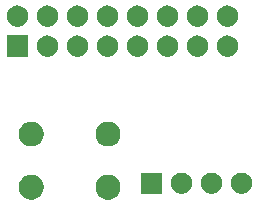
<source format=gbs>
G04 #@! TF.GenerationSoftware,KiCad,Pcbnew,(5.1.5)-3*
G04 #@! TF.CreationDate,2020-11-10T12:23:10+03:00*
G04 #@! TF.ProjectId,rasphat_proj2,72617370-6861-4745-9f70-726f6a322e6b,rev?*
G04 #@! TF.SameCoordinates,Original*
G04 #@! TF.FileFunction,Soldermask,Bot*
G04 #@! TF.FilePolarity,Negative*
%FSLAX46Y46*%
G04 Gerber Fmt 4.6, Leading zero omitted, Abs format (unit mm)*
G04 Created by KiCad (PCBNEW (5.1.5)-3) date 2020-11-10 12:23:10*
%MOMM*%
%LPD*%
G04 APERTURE LIST*
%ADD10C,0.100000*%
G04 APERTURE END LIST*
D10*
G36*
X50039764Y-87914789D02*
G01*
X50231033Y-87994015D01*
X50231035Y-87994016D01*
X50271189Y-88020846D01*
X50403173Y-88109035D01*
X50549565Y-88255427D01*
X50664585Y-88427567D01*
X50743811Y-88618836D01*
X50784200Y-88821884D01*
X50784200Y-89028916D01*
X50743811Y-89231964D01*
X50676836Y-89393656D01*
X50664584Y-89423235D01*
X50549565Y-89595373D01*
X50403173Y-89741765D01*
X50231035Y-89856784D01*
X50231034Y-89856785D01*
X50231033Y-89856785D01*
X50039764Y-89936011D01*
X49836716Y-89976400D01*
X49629684Y-89976400D01*
X49426636Y-89936011D01*
X49235367Y-89856785D01*
X49235366Y-89856785D01*
X49235365Y-89856784D01*
X49063227Y-89741765D01*
X48916835Y-89595373D01*
X48801816Y-89423235D01*
X48789564Y-89393656D01*
X48722589Y-89231964D01*
X48682200Y-89028916D01*
X48682200Y-88821884D01*
X48722589Y-88618836D01*
X48801815Y-88427567D01*
X48916835Y-88255427D01*
X49063227Y-88109035D01*
X49195211Y-88020846D01*
X49235365Y-87994016D01*
X49235367Y-87994015D01*
X49426636Y-87914789D01*
X49629684Y-87874400D01*
X49836716Y-87874400D01*
X50039764Y-87914789D01*
G37*
G36*
X43539764Y-87914789D02*
G01*
X43731033Y-87994015D01*
X43731035Y-87994016D01*
X43771189Y-88020846D01*
X43903173Y-88109035D01*
X44049565Y-88255427D01*
X44164585Y-88427567D01*
X44243811Y-88618836D01*
X44284200Y-88821884D01*
X44284200Y-89028916D01*
X44243811Y-89231964D01*
X44176836Y-89393656D01*
X44164584Y-89423235D01*
X44049565Y-89595373D01*
X43903173Y-89741765D01*
X43731035Y-89856784D01*
X43731034Y-89856785D01*
X43731033Y-89856785D01*
X43539764Y-89936011D01*
X43336716Y-89976400D01*
X43129684Y-89976400D01*
X42926636Y-89936011D01*
X42735367Y-89856785D01*
X42735366Y-89856785D01*
X42735365Y-89856784D01*
X42563227Y-89741765D01*
X42416835Y-89595373D01*
X42301816Y-89423235D01*
X42289564Y-89393656D01*
X42222589Y-89231964D01*
X42182200Y-89028916D01*
X42182200Y-88821884D01*
X42222589Y-88618836D01*
X42301815Y-88427567D01*
X42416835Y-88255427D01*
X42563227Y-88109035D01*
X42695211Y-88020846D01*
X42735365Y-87994016D01*
X42735367Y-87994015D01*
X42926636Y-87914789D01*
X43129684Y-87874400D01*
X43336716Y-87874400D01*
X43539764Y-87914789D01*
G37*
G36*
X56069712Y-87699127D02*
G01*
X56219012Y-87728824D01*
X56382984Y-87796744D01*
X56530554Y-87895347D01*
X56656053Y-88020846D01*
X56754656Y-88168416D01*
X56822576Y-88332388D01*
X56857200Y-88506459D01*
X56857200Y-88683941D01*
X56822576Y-88858012D01*
X56754656Y-89021984D01*
X56656053Y-89169554D01*
X56530554Y-89295053D01*
X56382984Y-89393656D01*
X56219012Y-89461576D01*
X56069712Y-89491273D01*
X56044942Y-89496200D01*
X55867458Y-89496200D01*
X55842688Y-89491273D01*
X55693388Y-89461576D01*
X55529416Y-89393656D01*
X55381846Y-89295053D01*
X55256347Y-89169554D01*
X55157744Y-89021984D01*
X55089824Y-88858012D01*
X55055200Y-88683941D01*
X55055200Y-88506459D01*
X55089824Y-88332388D01*
X55157744Y-88168416D01*
X55256347Y-88020846D01*
X55381846Y-87895347D01*
X55529416Y-87796744D01*
X55693388Y-87728824D01*
X55842688Y-87699127D01*
X55867458Y-87694200D01*
X56044942Y-87694200D01*
X56069712Y-87699127D01*
G37*
G36*
X54317200Y-89496200D02*
G01*
X52515200Y-89496200D01*
X52515200Y-87694200D01*
X54317200Y-87694200D01*
X54317200Y-89496200D01*
G37*
G36*
X58609712Y-87699127D02*
G01*
X58759012Y-87728824D01*
X58922984Y-87796744D01*
X59070554Y-87895347D01*
X59196053Y-88020846D01*
X59294656Y-88168416D01*
X59362576Y-88332388D01*
X59397200Y-88506459D01*
X59397200Y-88683941D01*
X59362576Y-88858012D01*
X59294656Y-89021984D01*
X59196053Y-89169554D01*
X59070554Y-89295053D01*
X58922984Y-89393656D01*
X58759012Y-89461576D01*
X58609712Y-89491273D01*
X58584942Y-89496200D01*
X58407458Y-89496200D01*
X58382688Y-89491273D01*
X58233388Y-89461576D01*
X58069416Y-89393656D01*
X57921846Y-89295053D01*
X57796347Y-89169554D01*
X57697744Y-89021984D01*
X57629824Y-88858012D01*
X57595200Y-88683941D01*
X57595200Y-88506459D01*
X57629824Y-88332388D01*
X57697744Y-88168416D01*
X57796347Y-88020846D01*
X57921846Y-87895347D01*
X58069416Y-87796744D01*
X58233388Y-87728824D01*
X58382688Y-87699127D01*
X58407458Y-87694200D01*
X58584942Y-87694200D01*
X58609712Y-87699127D01*
G37*
G36*
X61149712Y-87699127D02*
G01*
X61299012Y-87728824D01*
X61462984Y-87796744D01*
X61610554Y-87895347D01*
X61736053Y-88020846D01*
X61834656Y-88168416D01*
X61902576Y-88332388D01*
X61937200Y-88506459D01*
X61937200Y-88683941D01*
X61902576Y-88858012D01*
X61834656Y-89021984D01*
X61736053Y-89169554D01*
X61610554Y-89295053D01*
X61462984Y-89393656D01*
X61299012Y-89461576D01*
X61149712Y-89491273D01*
X61124942Y-89496200D01*
X60947458Y-89496200D01*
X60922688Y-89491273D01*
X60773388Y-89461576D01*
X60609416Y-89393656D01*
X60461846Y-89295053D01*
X60336347Y-89169554D01*
X60237744Y-89021984D01*
X60169824Y-88858012D01*
X60135200Y-88683941D01*
X60135200Y-88506459D01*
X60169824Y-88332388D01*
X60237744Y-88168416D01*
X60336347Y-88020846D01*
X60461846Y-87895347D01*
X60609416Y-87796744D01*
X60773388Y-87728824D01*
X60922688Y-87699127D01*
X60947458Y-87694200D01*
X61124942Y-87694200D01*
X61149712Y-87699127D01*
G37*
G36*
X43539764Y-83414789D02*
G01*
X43731033Y-83494015D01*
X43731035Y-83494016D01*
X43903173Y-83609035D01*
X44049565Y-83755427D01*
X44164585Y-83927567D01*
X44243811Y-84118836D01*
X44284200Y-84321884D01*
X44284200Y-84528916D01*
X44243811Y-84731964D01*
X44164585Y-84923233D01*
X44164584Y-84923235D01*
X44049565Y-85095373D01*
X43903173Y-85241765D01*
X43731035Y-85356784D01*
X43731034Y-85356785D01*
X43731033Y-85356785D01*
X43539764Y-85436011D01*
X43336716Y-85476400D01*
X43129684Y-85476400D01*
X42926636Y-85436011D01*
X42735367Y-85356785D01*
X42735366Y-85356785D01*
X42735365Y-85356784D01*
X42563227Y-85241765D01*
X42416835Y-85095373D01*
X42301816Y-84923235D01*
X42301815Y-84923233D01*
X42222589Y-84731964D01*
X42182200Y-84528916D01*
X42182200Y-84321884D01*
X42222589Y-84118836D01*
X42301815Y-83927567D01*
X42416835Y-83755427D01*
X42563227Y-83609035D01*
X42735365Y-83494016D01*
X42735367Y-83494015D01*
X42926636Y-83414789D01*
X43129684Y-83374400D01*
X43336716Y-83374400D01*
X43539764Y-83414789D01*
G37*
G36*
X50039764Y-83414789D02*
G01*
X50231033Y-83494015D01*
X50231035Y-83494016D01*
X50403173Y-83609035D01*
X50549565Y-83755427D01*
X50664585Y-83927567D01*
X50743811Y-84118836D01*
X50784200Y-84321884D01*
X50784200Y-84528916D01*
X50743811Y-84731964D01*
X50664585Y-84923233D01*
X50664584Y-84923235D01*
X50549565Y-85095373D01*
X50403173Y-85241765D01*
X50231035Y-85356784D01*
X50231034Y-85356785D01*
X50231033Y-85356785D01*
X50039764Y-85436011D01*
X49836716Y-85476400D01*
X49629684Y-85476400D01*
X49426636Y-85436011D01*
X49235367Y-85356785D01*
X49235366Y-85356785D01*
X49235365Y-85356784D01*
X49063227Y-85241765D01*
X48916835Y-85095373D01*
X48801816Y-84923235D01*
X48801815Y-84923233D01*
X48722589Y-84731964D01*
X48682200Y-84528916D01*
X48682200Y-84321884D01*
X48722589Y-84118836D01*
X48801815Y-83927567D01*
X48916835Y-83755427D01*
X49063227Y-83609035D01*
X49235365Y-83494016D01*
X49235367Y-83494015D01*
X49426636Y-83414789D01*
X49629684Y-83374400D01*
X49836716Y-83374400D01*
X50039764Y-83414789D01*
G37*
G36*
X52335912Y-76091327D02*
G01*
X52485212Y-76121024D01*
X52649184Y-76188944D01*
X52796754Y-76287547D01*
X52922253Y-76413046D01*
X53020856Y-76560616D01*
X53088776Y-76724588D01*
X53123400Y-76898659D01*
X53123400Y-77076141D01*
X53088776Y-77250212D01*
X53020856Y-77414184D01*
X52922253Y-77561754D01*
X52796754Y-77687253D01*
X52649184Y-77785856D01*
X52485212Y-77853776D01*
X52335912Y-77883473D01*
X52311142Y-77888400D01*
X52133658Y-77888400D01*
X52108888Y-77883473D01*
X51959588Y-77853776D01*
X51795616Y-77785856D01*
X51648046Y-77687253D01*
X51522547Y-77561754D01*
X51423944Y-77414184D01*
X51356024Y-77250212D01*
X51321400Y-77076141D01*
X51321400Y-76898659D01*
X51356024Y-76724588D01*
X51423944Y-76560616D01*
X51522547Y-76413046D01*
X51648046Y-76287547D01*
X51795616Y-76188944D01*
X51959588Y-76121024D01*
X52108888Y-76091327D01*
X52133658Y-76086400D01*
X52311142Y-76086400D01*
X52335912Y-76091327D01*
G37*
G36*
X44715912Y-76091327D02*
G01*
X44865212Y-76121024D01*
X45029184Y-76188944D01*
X45176754Y-76287547D01*
X45302253Y-76413046D01*
X45400856Y-76560616D01*
X45468776Y-76724588D01*
X45503400Y-76898659D01*
X45503400Y-77076141D01*
X45468776Y-77250212D01*
X45400856Y-77414184D01*
X45302253Y-77561754D01*
X45176754Y-77687253D01*
X45029184Y-77785856D01*
X44865212Y-77853776D01*
X44715912Y-77883473D01*
X44691142Y-77888400D01*
X44513658Y-77888400D01*
X44488888Y-77883473D01*
X44339588Y-77853776D01*
X44175616Y-77785856D01*
X44028046Y-77687253D01*
X43902547Y-77561754D01*
X43803944Y-77414184D01*
X43736024Y-77250212D01*
X43701400Y-77076141D01*
X43701400Y-76898659D01*
X43736024Y-76724588D01*
X43803944Y-76560616D01*
X43902547Y-76413046D01*
X44028046Y-76287547D01*
X44175616Y-76188944D01*
X44339588Y-76121024D01*
X44488888Y-76091327D01*
X44513658Y-76086400D01*
X44691142Y-76086400D01*
X44715912Y-76091327D01*
G37*
G36*
X47255912Y-76091327D02*
G01*
X47405212Y-76121024D01*
X47569184Y-76188944D01*
X47716754Y-76287547D01*
X47842253Y-76413046D01*
X47940856Y-76560616D01*
X48008776Y-76724588D01*
X48043400Y-76898659D01*
X48043400Y-77076141D01*
X48008776Y-77250212D01*
X47940856Y-77414184D01*
X47842253Y-77561754D01*
X47716754Y-77687253D01*
X47569184Y-77785856D01*
X47405212Y-77853776D01*
X47255912Y-77883473D01*
X47231142Y-77888400D01*
X47053658Y-77888400D01*
X47028888Y-77883473D01*
X46879588Y-77853776D01*
X46715616Y-77785856D01*
X46568046Y-77687253D01*
X46442547Y-77561754D01*
X46343944Y-77414184D01*
X46276024Y-77250212D01*
X46241400Y-77076141D01*
X46241400Y-76898659D01*
X46276024Y-76724588D01*
X46343944Y-76560616D01*
X46442547Y-76413046D01*
X46568046Y-76287547D01*
X46715616Y-76188944D01*
X46879588Y-76121024D01*
X47028888Y-76091327D01*
X47053658Y-76086400D01*
X47231142Y-76086400D01*
X47255912Y-76091327D01*
G37*
G36*
X49795912Y-76091327D02*
G01*
X49945212Y-76121024D01*
X50109184Y-76188944D01*
X50256754Y-76287547D01*
X50382253Y-76413046D01*
X50480856Y-76560616D01*
X50548776Y-76724588D01*
X50583400Y-76898659D01*
X50583400Y-77076141D01*
X50548776Y-77250212D01*
X50480856Y-77414184D01*
X50382253Y-77561754D01*
X50256754Y-77687253D01*
X50109184Y-77785856D01*
X49945212Y-77853776D01*
X49795912Y-77883473D01*
X49771142Y-77888400D01*
X49593658Y-77888400D01*
X49568888Y-77883473D01*
X49419588Y-77853776D01*
X49255616Y-77785856D01*
X49108046Y-77687253D01*
X48982547Y-77561754D01*
X48883944Y-77414184D01*
X48816024Y-77250212D01*
X48781400Y-77076141D01*
X48781400Y-76898659D01*
X48816024Y-76724588D01*
X48883944Y-76560616D01*
X48982547Y-76413046D01*
X49108046Y-76287547D01*
X49255616Y-76188944D01*
X49419588Y-76121024D01*
X49568888Y-76091327D01*
X49593658Y-76086400D01*
X49771142Y-76086400D01*
X49795912Y-76091327D01*
G37*
G36*
X54875912Y-76091327D02*
G01*
X55025212Y-76121024D01*
X55189184Y-76188944D01*
X55336754Y-76287547D01*
X55462253Y-76413046D01*
X55560856Y-76560616D01*
X55628776Y-76724588D01*
X55663400Y-76898659D01*
X55663400Y-77076141D01*
X55628776Y-77250212D01*
X55560856Y-77414184D01*
X55462253Y-77561754D01*
X55336754Y-77687253D01*
X55189184Y-77785856D01*
X55025212Y-77853776D01*
X54875912Y-77883473D01*
X54851142Y-77888400D01*
X54673658Y-77888400D01*
X54648888Y-77883473D01*
X54499588Y-77853776D01*
X54335616Y-77785856D01*
X54188046Y-77687253D01*
X54062547Y-77561754D01*
X53963944Y-77414184D01*
X53896024Y-77250212D01*
X53861400Y-77076141D01*
X53861400Y-76898659D01*
X53896024Y-76724588D01*
X53963944Y-76560616D01*
X54062547Y-76413046D01*
X54188046Y-76287547D01*
X54335616Y-76188944D01*
X54499588Y-76121024D01*
X54648888Y-76091327D01*
X54673658Y-76086400D01*
X54851142Y-76086400D01*
X54875912Y-76091327D01*
G37*
G36*
X57415912Y-76091327D02*
G01*
X57565212Y-76121024D01*
X57729184Y-76188944D01*
X57876754Y-76287547D01*
X58002253Y-76413046D01*
X58100856Y-76560616D01*
X58168776Y-76724588D01*
X58203400Y-76898659D01*
X58203400Y-77076141D01*
X58168776Y-77250212D01*
X58100856Y-77414184D01*
X58002253Y-77561754D01*
X57876754Y-77687253D01*
X57729184Y-77785856D01*
X57565212Y-77853776D01*
X57415912Y-77883473D01*
X57391142Y-77888400D01*
X57213658Y-77888400D01*
X57188888Y-77883473D01*
X57039588Y-77853776D01*
X56875616Y-77785856D01*
X56728046Y-77687253D01*
X56602547Y-77561754D01*
X56503944Y-77414184D01*
X56436024Y-77250212D01*
X56401400Y-77076141D01*
X56401400Y-76898659D01*
X56436024Y-76724588D01*
X56503944Y-76560616D01*
X56602547Y-76413046D01*
X56728046Y-76287547D01*
X56875616Y-76188944D01*
X57039588Y-76121024D01*
X57188888Y-76091327D01*
X57213658Y-76086400D01*
X57391142Y-76086400D01*
X57415912Y-76091327D01*
G37*
G36*
X59955912Y-76091327D02*
G01*
X60105212Y-76121024D01*
X60269184Y-76188944D01*
X60416754Y-76287547D01*
X60542253Y-76413046D01*
X60640856Y-76560616D01*
X60708776Y-76724588D01*
X60743400Y-76898659D01*
X60743400Y-77076141D01*
X60708776Y-77250212D01*
X60640856Y-77414184D01*
X60542253Y-77561754D01*
X60416754Y-77687253D01*
X60269184Y-77785856D01*
X60105212Y-77853776D01*
X59955912Y-77883473D01*
X59931142Y-77888400D01*
X59753658Y-77888400D01*
X59728888Y-77883473D01*
X59579588Y-77853776D01*
X59415616Y-77785856D01*
X59268046Y-77687253D01*
X59142547Y-77561754D01*
X59043944Y-77414184D01*
X58976024Y-77250212D01*
X58941400Y-77076141D01*
X58941400Y-76898659D01*
X58976024Y-76724588D01*
X59043944Y-76560616D01*
X59142547Y-76413046D01*
X59268046Y-76287547D01*
X59415616Y-76188944D01*
X59579588Y-76121024D01*
X59728888Y-76091327D01*
X59753658Y-76086400D01*
X59931142Y-76086400D01*
X59955912Y-76091327D01*
G37*
G36*
X42963400Y-77888400D02*
G01*
X41161400Y-77888400D01*
X41161400Y-76086400D01*
X42963400Y-76086400D01*
X42963400Y-77888400D01*
G37*
G36*
X59955912Y-73551327D02*
G01*
X60105212Y-73581024D01*
X60269184Y-73648944D01*
X60416754Y-73747547D01*
X60542253Y-73873046D01*
X60640856Y-74020616D01*
X60708776Y-74184588D01*
X60743400Y-74358659D01*
X60743400Y-74536141D01*
X60708776Y-74710212D01*
X60640856Y-74874184D01*
X60542253Y-75021754D01*
X60416754Y-75147253D01*
X60269184Y-75245856D01*
X60105212Y-75313776D01*
X59955912Y-75343473D01*
X59931142Y-75348400D01*
X59753658Y-75348400D01*
X59728888Y-75343473D01*
X59579588Y-75313776D01*
X59415616Y-75245856D01*
X59268046Y-75147253D01*
X59142547Y-75021754D01*
X59043944Y-74874184D01*
X58976024Y-74710212D01*
X58941400Y-74536141D01*
X58941400Y-74358659D01*
X58976024Y-74184588D01*
X59043944Y-74020616D01*
X59142547Y-73873046D01*
X59268046Y-73747547D01*
X59415616Y-73648944D01*
X59579588Y-73581024D01*
X59728888Y-73551327D01*
X59753658Y-73546400D01*
X59931142Y-73546400D01*
X59955912Y-73551327D01*
G37*
G36*
X57415912Y-73551327D02*
G01*
X57565212Y-73581024D01*
X57729184Y-73648944D01*
X57876754Y-73747547D01*
X58002253Y-73873046D01*
X58100856Y-74020616D01*
X58168776Y-74184588D01*
X58203400Y-74358659D01*
X58203400Y-74536141D01*
X58168776Y-74710212D01*
X58100856Y-74874184D01*
X58002253Y-75021754D01*
X57876754Y-75147253D01*
X57729184Y-75245856D01*
X57565212Y-75313776D01*
X57415912Y-75343473D01*
X57391142Y-75348400D01*
X57213658Y-75348400D01*
X57188888Y-75343473D01*
X57039588Y-75313776D01*
X56875616Y-75245856D01*
X56728046Y-75147253D01*
X56602547Y-75021754D01*
X56503944Y-74874184D01*
X56436024Y-74710212D01*
X56401400Y-74536141D01*
X56401400Y-74358659D01*
X56436024Y-74184588D01*
X56503944Y-74020616D01*
X56602547Y-73873046D01*
X56728046Y-73747547D01*
X56875616Y-73648944D01*
X57039588Y-73581024D01*
X57188888Y-73551327D01*
X57213658Y-73546400D01*
X57391142Y-73546400D01*
X57415912Y-73551327D01*
G37*
G36*
X54875912Y-73551327D02*
G01*
X55025212Y-73581024D01*
X55189184Y-73648944D01*
X55336754Y-73747547D01*
X55462253Y-73873046D01*
X55560856Y-74020616D01*
X55628776Y-74184588D01*
X55663400Y-74358659D01*
X55663400Y-74536141D01*
X55628776Y-74710212D01*
X55560856Y-74874184D01*
X55462253Y-75021754D01*
X55336754Y-75147253D01*
X55189184Y-75245856D01*
X55025212Y-75313776D01*
X54875912Y-75343473D01*
X54851142Y-75348400D01*
X54673658Y-75348400D01*
X54648888Y-75343473D01*
X54499588Y-75313776D01*
X54335616Y-75245856D01*
X54188046Y-75147253D01*
X54062547Y-75021754D01*
X53963944Y-74874184D01*
X53896024Y-74710212D01*
X53861400Y-74536141D01*
X53861400Y-74358659D01*
X53896024Y-74184588D01*
X53963944Y-74020616D01*
X54062547Y-73873046D01*
X54188046Y-73747547D01*
X54335616Y-73648944D01*
X54499588Y-73581024D01*
X54648888Y-73551327D01*
X54673658Y-73546400D01*
X54851142Y-73546400D01*
X54875912Y-73551327D01*
G37*
G36*
X52335912Y-73551327D02*
G01*
X52485212Y-73581024D01*
X52649184Y-73648944D01*
X52796754Y-73747547D01*
X52922253Y-73873046D01*
X53020856Y-74020616D01*
X53088776Y-74184588D01*
X53123400Y-74358659D01*
X53123400Y-74536141D01*
X53088776Y-74710212D01*
X53020856Y-74874184D01*
X52922253Y-75021754D01*
X52796754Y-75147253D01*
X52649184Y-75245856D01*
X52485212Y-75313776D01*
X52335912Y-75343473D01*
X52311142Y-75348400D01*
X52133658Y-75348400D01*
X52108888Y-75343473D01*
X51959588Y-75313776D01*
X51795616Y-75245856D01*
X51648046Y-75147253D01*
X51522547Y-75021754D01*
X51423944Y-74874184D01*
X51356024Y-74710212D01*
X51321400Y-74536141D01*
X51321400Y-74358659D01*
X51356024Y-74184588D01*
X51423944Y-74020616D01*
X51522547Y-73873046D01*
X51648046Y-73747547D01*
X51795616Y-73648944D01*
X51959588Y-73581024D01*
X52108888Y-73551327D01*
X52133658Y-73546400D01*
X52311142Y-73546400D01*
X52335912Y-73551327D01*
G37*
G36*
X49795912Y-73551327D02*
G01*
X49945212Y-73581024D01*
X50109184Y-73648944D01*
X50256754Y-73747547D01*
X50382253Y-73873046D01*
X50480856Y-74020616D01*
X50548776Y-74184588D01*
X50583400Y-74358659D01*
X50583400Y-74536141D01*
X50548776Y-74710212D01*
X50480856Y-74874184D01*
X50382253Y-75021754D01*
X50256754Y-75147253D01*
X50109184Y-75245856D01*
X49945212Y-75313776D01*
X49795912Y-75343473D01*
X49771142Y-75348400D01*
X49593658Y-75348400D01*
X49568888Y-75343473D01*
X49419588Y-75313776D01*
X49255616Y-75245856D01*
X49108046Y-75147253D01*
X48982547Y-75021754D01*
X48883944Y-74874184D01*
X48816024Y-74710212D01*
X48781400Y-74536141D01*
X48781400Y-74358659D01*
X48816024Y-74184588D01*
X48883944Y-74020616D01*
X48982547Y-73873046D01*
X49108046Y-73747547D01*
X49255616Y-73648944D01*
X49419588Y-73581024D01*
X49568888Y-73551327D01*
X49593658Y-73546400D01*
X49771142Y-73546400D01*
X49795912Y-73551327D01*
G37*
G36*
X47255912Y-73551327D02*
G01*
X47405212Y-73581024D01*
X47569184Y-73648944D01*
X47716754Y-73747547D01*
X47842253Y-73873046D01*
X47940856Y-74020616D01*
X48008776Y-74184588D01*
X48043400Y-74358659D01*
X48043400Y-74536141D01*
X48008776Y-74710212D01*
X47940856Y-74874184D01*
X47842253Y-75021754D01*
X47716754Y-75147253D01*
X47569184Y-75245856D01*
X47405212Y-75313776D01*
X47255912Y-75343473D01*
X47231142Y-75348400D01*
X47053658Y-75348400D01*
X47028888Y-75343473D01*
X46879588Y-75313776D01*
X46715616Y-75245856D01*
X46568046Y-75147253D01*
X46442547Y-75021754D01*
X46343944Y-74874184D01*
X46276024Y-74710212D01*
X46241400Y-74536141D01*
X46241400Y-74358659D01*
X46276024Y-74184588D01*
X46343944Y-74020616D01*
X46442547Y-73873046D01*
X46568046Y-73747547D01*
X46715616Y-73648944D01*
X46879588Y-73581024D01*
X47028888Y-73551327D01*
X47053658Y-73546400D01*
X47231142Y-73546400D01*
X47255912Y-73551327D01*
G37*
G36*
X44715912Y-73551327D02*
G01*
X44865212Y-73581024D01*
X45029184Y-73648944D01*
X45176754Y-73747547D01*
X45302253Y-73873046D01*
X45400856Y-74020616D01*
X45468776Y-74184588D01*
X45503400Y-74358659D01*
X45503400Y-74536141D01*
X45468776Y-74710212D01*
X45400856Y-74874184D01*
X45302253Y-75021754D01*
X45176754Y-75147253D01*
X45029184Y-75245856D01*
X44865212Y-75313776D01*
X44715912Y-75343473D01*
X44691142Y-75348400D01*
X44513658Y-75348400D01*
X44488888Y-75343473D01*
X44339588Y-75313776D01*
X44175616Y-75245856D01*
X44028046Y-75147253D01*
X43902547Y-75021754D01*
X43803944Y-74874184D01*
X43736024Y-74710212D01*
X43701400Y-74536141D01*
X43701400Y-74358659D01*
X43736024Y-74184588D01*
X43803944Y-74020616D01*
X43902547Y-73873046D01*
X44028046Y-73747547D01*
X44175616Y-73648944D01*
X44339588Y-73581024D01*
X44488888Y-73551327D01*
X44513658Y-73546400D01*
X44691142Y-73546400D01*
X44715912Y-73551327D01*
G37*
G36*
X42175912Y-73551327D02*
G01*
X42325212Y-73581024D01*
X42489184Y-73648944D01*
X42636754Y-73747547D01*
X42762253Y-73873046D01*
X42860856Y-74020616D01*
X42928776Y-74184588D01*
X42963400Y-74358659D01*
X42963400Y-74536141D01*
X42928776Y-74710212D01*
X42860856Y-74874184D01*
X42762253Y-75021754D01*
X42636754Y-75147253D01*
X42489184Y-75245856D01*
X42325212Y-75313776D01*
X42175912Y-75343473D01*
X42151142Y-75348400D01*
X41973658Y-75348400D01*
X41948888Y-75343473D01*
X41799588Y-75313776D01*
X41635616Y-75245856D01*
X41488046Y-75147253D01*
X41362547Y-75021754D01*
X41263944Y-74874184D01*
X41196024Y-74710212D01*
X41161400Y-74536141D01*
X41161400Y-74358659D01*
X41196024Y-74184588D01*
X41263944Y-74020616D01*
X41362547Y-73873046D01*
X41488046Y-73747547D01*
X41635616Y-73648944D01*
X41799588Y-73581024D01*
X41948888Y-73551327D01*
X41973658Y-73546400D01*
X42151142Y-73546400D01*
X42175912Y-73551327D01*
G37*
M02*

</source>
